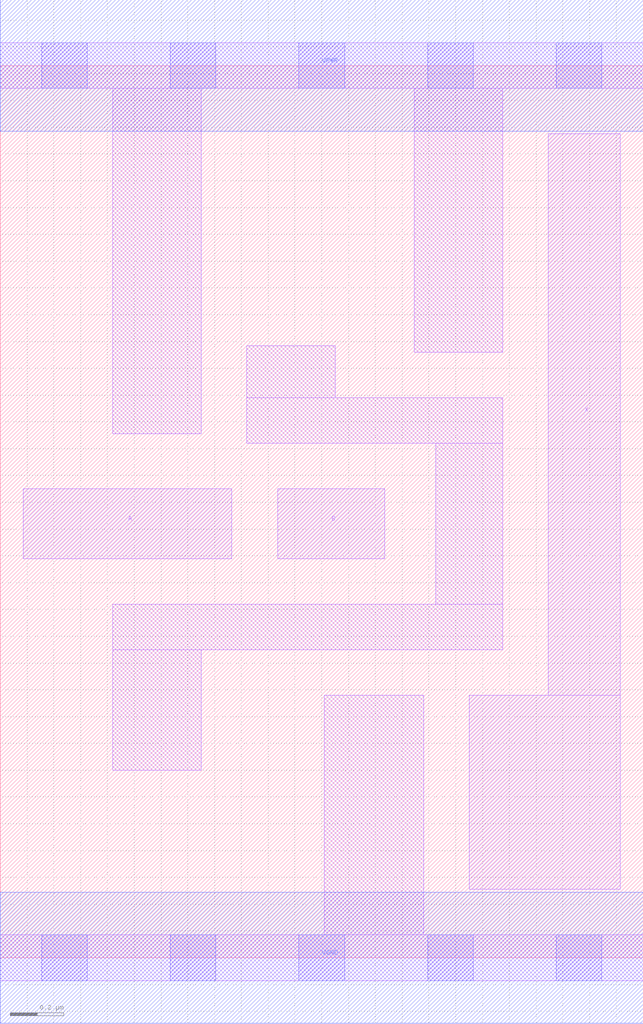
<source format=lef>
# Copyright 2020 The SkyWater PDK Authors
#
# Licensed under the Apache License, Version 2.0 (the "License");
# you may not use this file except in compliance with the License.
# You may obtain a copy of the License at
#
#     https://www.apache.org/licenses/LICENSE-2.0
#
# Unless required by applicable law or agreed to in writing, software
# distributed under the License is distributed on an "AS IS" BASIS,
# WITHOUT WARRANTIES OR CONDITIONS OF ANY KIND, either express or implied.
# See the License for the specific language governing permissions and
# limitations under the License.
#
# SPDX-License-Identifier: Apache-2.0

VERSION 5.7 ;
  NAMESCASESENSITIVE ON ;
  NOWIREEXTENSIONATPIN ON ;
  DIVIDERCHAR "/" ;
  BUSBITCHARS "[]" ;
UNITS
  DATABASE MICRONS 200 ;
END UNITS
MACRO sky130_fd_sc_lp__and2_1
  CLASS CORE ;
  FOREIGN sky130_fd_sc_lp__and2_1 ;
  ORIGIN  0.000000  0.000000 ;
  SIZE  2.400000 BY  3.330000 ;
  SYMMETRY X Y R90 ;
  SITE unit ;
  PIN A
    ANTENNAGATEAREA  0.126000 ;
    DIRECTION INPUT ;
    USE SIGNAL ;
    PORT
      LAYER li1 ;
        RECT 0.085000 1.490000 0.865000 1.750000 ;
    END
  END A
  PIN B
    ANTENNAGATEAREA  0.126000 ;
    DIRECTION INPUT ;
    USE SIGNAL ;
    PORT
      LAYER li1 ;
        RECT 1.035000 1.490000 1.435000 1.750000 ;
    END
  END B
  PIN X
    ANTENNADIFFAREA  0.581700 ;
    DIRECTION OUTPUT ;
    USE SIGNAL ;
    PORT
      LAYER li1 ;
        RECT 1.750000 0.255000 2.315000 0.980000 ;
        RECT 2.045000 0.980000 2.315000 3.075000 ;
    END
  END X
  PIN VGND
    DIRECTION INOUT ;
    USE GROUND ;
    PORT
      LAYER met1 ;
        RECT 0.000000 -0.245000 2.400000 0.245000 ;
    END
  END VGND
  PIN VPWR
    DIRECTION INOUT ;
    USE POWER ;
    PORT
      LAYER met1 ;
        RECT 0.000000 3.085000 2.400000 3.575000 ;
    END
  END VPWR
  OBS
    LAYER li1 ;
      RECT 0.000000 -0.085000 2.400000 0.085000 ;
      RECT 0.000000  3.245000 2.400000 3.415000 ;
      RECT 0.420000  0.700000 0.750000 1.150000 ;
      RECT 0.420000  1.150000 1.875000 1.320000 ;
      RECT 0.420000  1.955000 0.750000 3.245000 ;
      RECT 0.920000  1.920000 1.875000 2.090000 ;
      RECT 0.920000  2.090000 1.250000 2.285000 ;
      RECT 1.210000  0.085000 1.580000 0.980000 ;
      RECT 1.545000  2.260000 1.875000 3.245000 ;
      RECT 1.625000  1.320000 1.875000 1.920000 ;
    LAYER mcon ;
      RECT 0.155000 -0.085000 0.325000 0.085000 ;
      RECT 0.155000  3.245000 0.325000 3.415000 ;
      RECT 0.635000 -0.085000 0.805000 0.085000 ;
      RECT 0.635000  3.245000 0.805000 3.415000 ;
      RECT 1.115000 -0.085000 1.285000 0.085000 ;
      RECT 1.115000  3.245000 1.285000 3.415000 ;
      RECT 1.595000 -0.085000 1.765000 0.085000 ;
      RECT 1.595000  3.245000 1.765000 3.415000 ;
      RECT 2.075000 -0.085000 2.245000 0.085000 ;
      RECT 2.075000  3.245000 2.245000 3.415000 ;
  END
END sky130_fd_sc_lp__and2_1
END LIBRARY

</source>
